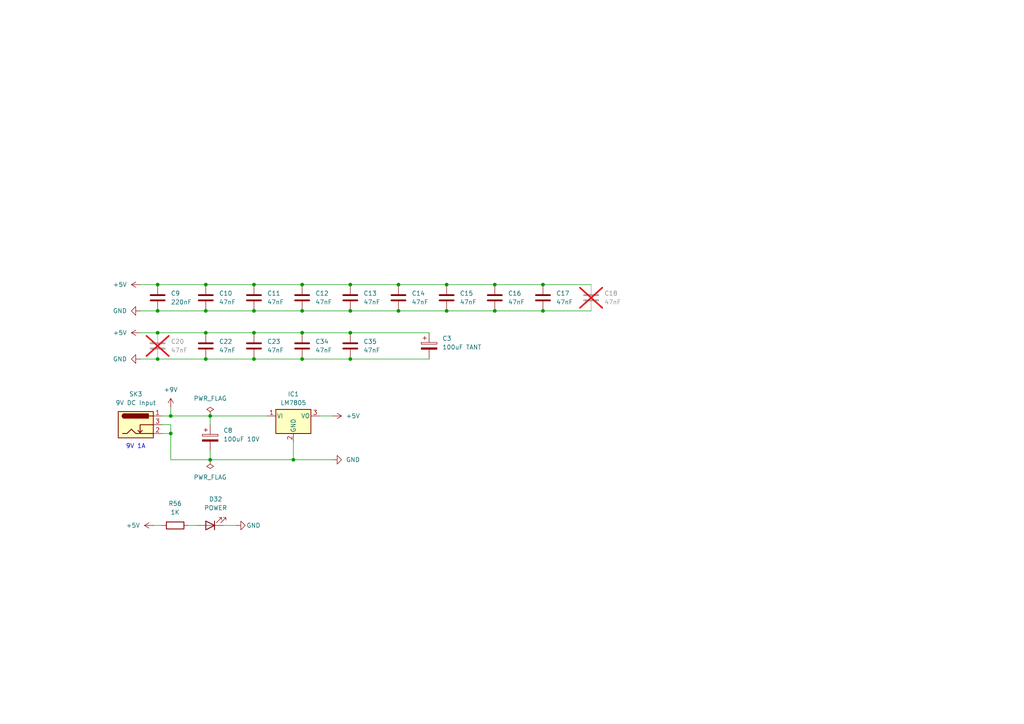
<source format=kicad_sch>
(kicad_sch (version 20231120) (generator "eeschema") (generator_version "8.0")
  (paper "A4")
  (lib_symbols
    (symbol "Connector:Barrel_Jack_Switch" (pin_names hide)
      (property "Reference" "J" (at 0 5.334 0))
      (property "Value" "Barrel_Jack_Switch" (at 0 -5.08 0))
      (symbol "Barrel_Jack_Switch_0_1"
        (rectangle (start -5.08 3.81) (end 5.08 -3.81) (stroke (width 0.254)) (fill (type background)))
        (arc (start -3.302 3.175) (mid -3.9343 2.54) (end -3.302 1.905) (stroke (width 0.254)))
        (arc (start -3.302 3.175) (mid -3.9343 2.54) (end -3.302 1.905) (stroke (width 0.254)) (fill (type outline)))
        (polyline (pts (xy 1.27 -2.286) (xy 1.905 -1.651)) (stroke (width 0.254)))
        (polyline (pts (xy 5.08 2.54) (xy 3.81 2.54)) (stroke (width 0.254)))
        (polyline (pts (xy 5.08 0) (xy 1.27 0) (xy 1.27 -2.286) (xy 0.635 -1.651)) (stroke (width 0.254)))
        (polyline (pts (xy -3.81 -2.54) (xy -2.54 -2.54) (xy -1.27 -1.27) (xy 0 -2.54) (xy 2.54 -2.54) (xy 5.08 -2.54)) (stroke (width 0.254)))
        (rectangle (start 3.683 3.175) (end -3.302 1.905) (stroke (width 0.254)) (fill (type outline)))
      )
      (symbol "Barrel_Jack_Switch_1_1"
        (pin passive line (at 7.62 2.54 180) (length 2.54) (name "~") (number "1"))
        (pin passive line (at 7.62 -2.54 180) (length 2.54) (name "~") (number "2"))
        (pin passive line (at 7.62 0 180) (length 2.54) (name "~") (number "3"))
      )
    )
    (symbol "Device:C" (pin_numbers hide) (pin_names (offset 0.254))
      (property "Reference" "C" (at 0.635 2.54 0))
      (property "Value" "C" (at 0.635 -2.54 0))
      (symbol "C_0_1"
        (polyline (pts (xy -2.032 -0.762) (xy 2.032 -0.762)) (stroke (width 0.508)))
        (polyline (pts (xy -2.032 0.762) (xy 2.032 0.762)) (stroke (width 0.508)))
      )
      (symbol "C_1_1"
        (pin passive line (at 0 3.81 270) (length 2.794) (name "~") (number "1"))
        (pin passive line (at 0 -3.81 90) (length 2.794) (name "~") (number "2"))
      )
    )
    (symbol "Device:C_Polarized" (pin_numbers hide) (pin_names (offset 0.254))
      (property "Reference" "C" (at 0.635 2.54 0))
      (property "Value" "C_Polarized" (at 0.635 -2.54 0))
      (symbol "C_Polarized_0_1"
        (rectangle (start -2.286 0.508) (end 2.286 1.016))
        (polyline (pts (xy -1.778 2.286) (xy -0.762 2.286)))
        (polyline (pts (xy -1.27 2.794) (xy -1.27 1.778)))
        (rectangle (start 2.286 -0.508) (end -2.286 -1.016) (fill (type outline)))
      )
      (symbol "C_Polarized_1_1"
        (pin passive line (at 0 3.81 270) (length 2.794) (name "~") (number "1"))
        (pin passive line (at 0 -3.81 90) (length 2.794) (name "~") (number "2"))
      )
    )
    (symbol "Device:LED" (pin_numbers hide) (pin_names (offset 1.016) hide)
      (property "Reference" "D" (at 0 2.54 0))
      (property "Value" "LED" (at 0 -2.54 0))
      (symbol "LED_0_1"
        (polyline (pts (xy -1.27 -1.27) (xy -1.27 1.27)) (stroke (width 0.254)))
        (polyline (pts (xy -1.27 0) (xy 1.27 0)))
        (polyline (pts (xy 1.27 -1.27) (xy 1.27 1.27) (xy -1.27 0) (xy 1.27 -1.27)) (stroke (width 0.254)))
        (polyline (pts (xy -3.048 -0.762) (xy -4.572 -2.286) (xy -3.81 -2.286) (xy -4.572 -2.286) (xy -4.572 -1.524)))
        (polyline (pts (xy -1.778 -0.762) (xy -3.302 -2.286) (xy -2.54 -2.286) (xy -3.302 -2.286) (xy -3.302 -1.524)))
      )
      (symbol "LED_1_1"
        (pin passive line (at -3.81 0 0) (length 2.54) (name "K") (number "1"))
        (pin passive line (at 3.81 0 180) (length 2.54) (name "A") (number "2"))
      )
    )
    (symbol "Device:R" (pin_numbers hide) (pin_names (offset 0))
      (property "Reference" "R" (at 2.032 0 90))
      (property "Value" "R" (at 0 0 90))
      (symbol "R_0_1"
        (rectangle (start -1.016 -2.54) (end 1.016 2.54) (stroke (width 0.254)))
      )
      (symbol "R_1_1"
        (pin passive line (at 0 3.81 270) (length 1.27) (name "~") (number "1"))
        (pin passive line (at 0 -3.81 90) (length 1.27) (name "~") (number "2"))
      )
    )
    (symbol "Regulator_Linear:LM7805_TO220" (pin_names (offset 0.254))
      (property "Reference" "U" (at -3.81 3.175 0))
      (property "Value" "LM7805_TO220" (at 0 3.175 0))
      (symbol "LM7805_TO220_0_1"
        (rectangle (start -5.08 1.905) (end 5.08 -5.08) (stroke (width 0.254)) (fill (type background)))
      )
      (symbol "LM7805_TO220_1_1"
        (pin power_in line (at -7.62 0 0) (length 2.54) (name "VI") (number "1"))
        (pin power_in line (at 0 -7.62 90) (length 2.54) (name "GND") (number "2"))
        (pin power_out line (at 7.62 0 180) (length 2.54) (name "VO") (number "3"))
      )
    )
    (symbol "power:+5V" (power) (pin_numbers hide) (pin_names (offset 0) hide)
      (property "Value" "+5V" (at 0 3.556 0))
      (symbol "+5V_0_1"
        (polyline (pts (xy -0.762 1.27) (xy 0 2.54)))
        (polyline (pts (xy 0 0) (xy 0 2.54)))
        (polyline (pts (xy 0 2.54) (xy 0.762 1.27)))
      )
      (symbol "+5V_1_1"
        (pin power_in line (at 0 0 90) (length 0) (name "~") (number "1"))
      )
    )
    (symbol "power:+9V" (power) (pin_numbers hide) (pin_names (offset 0) hide)
      (property "Value" "+9V" (at 0 3.556 0))
      (symbol "+9V_0_1"
        (polyline (pts (xy -0.762 1.27) (xy 0 2.54)))
        (polyline (pts (xy 0 0) (xy 0 2.54)))
        (polyline (pts (xy 0 2.54) (xy 0.762 1.27)))
      )
      (symbol "+9V_1_1"
        (pin power_in line (at 0 0 90) (length 0) (name "~") (number "1"))
      )
    )
    (symbol "power:GND" (power) (pin_numbers hide) (pin_names (offset 0) hide)
      (property "Value" "GND" (at 0 -3.81 0))
      (symbol "GND_0_1"
        (polyline (pts (xy 0 0) (xy 0 -1.27) (xy 1.27 -1.27) (xy 0 -2.54) (xy -1.27 -1.27) (xy 0 -1.27)))
      )
      (symbol "GND_1_1"
        (pin power_in line (at 0 0 270) (length 0) (name "~") (number "1"))
      )
    )
    (symbol "power:PWR_FLAG" (power) (pin_numbers hide) (pin_names (offset 0) hide)
      (property "Value" "PWR_FLAG" (at 0 3.81 0))
      (symbol "PWR_FLAG_0_0"
        (pin power_out line (at 0 0 90) (length 0) (name "~") (number "1"))
      )
      (symbol "PWR_FLAG_0_1"
        (polyline (pts (xy 0 0) (xy 0 1.27) (xy -1.016 1.905) (xy 0 2.54) (xy 1.016 1.905) (xy 0 1.27)))
      )
    )
  )
  (junction (at 49.53 120.65))
  (junction (at 87.63 82.55))
  (junction (at 115.57 82.55))
  (junction (at 143.51 82.55))
  (junction (at 129.54 90.17))
  (junction (at 73.66 104.14))
  (junction (at 101.6 104.14))
  (junction (at 87.63 90.17))
  (junction (at 87.63 104.14))
  (junction (at 45.72 90.17))
  (junction (at 101.6 96.52))
  (junction (at 143.51 90.17))
  (junction (at 59.69 82.55))
  (junction (at 101.6 90.17))
  (junction (at 60.96 120.65))
  (junction (at 45.72 82.55))
  (junction (at 45.72 104.14))
  (junction (at 129.54 82.55))
  (junction (at 115.57 90.17))
  (junction (at 87.63 96.52))
  (junction (at 157.48 82.55))
  (junction (at 157.48 90.17))
  (junction (at 59.69 104.14))
  (junction (at 101.6 82.55))
  (junction (at 49.53 125.73))
  (junction (at 73.66 96.52))
  (junction (at 73.66 82.55))
  (junction (at 45.72 96.52))
  (junction (at 59.69 96.52))
  (junction (at 60.96 133.35))
  (junction (at 59.69 90.17))
  (junction (at 85.09 133.35))
  (junction (at 73.66 90.17))
  (wire (pts (xy 49.53 133.35) (xy 60.96 133.35)))
  (wire (pts (xy 129.54 82.55) (xy 143.51 82.55)))
  (wire (pts (xy 49.53 120.65) (xy 60.96 120.65)))
  (wire (pts (xy 101.6 104.14) (xy 124.46 104.14)))
  (wire (pts (xy 64.77 152.4) (xy 68.58 152.4)))
  (wire (pts (xy 157.48 82.55) (xy 171.45 82.55)))
  (wire (pts (xy 49.53 125.73) (xy 49.53 133.35)))
  (wire (pts (xy 60.96 120.65) (xy 60.96 123.19)))
  (wire (pts (xy 60.96 133.35) (xy 85.09 133.35)))
  (wire (pts (xy 101.6 96.52) (xy 124.46 96.52)))
  (wire (pts (xy 73.66 90.17) (xy 87.63 90.17)))
  (wire (pts (xy 101.6 90.17) (xy 115.57 90.17)))
  (wire (pts (xy 101.6 82.55) (xy 115.57 82.55)))
  (wire (pts (xy 46.99 120.65) (xy 49.53 120.65)))
  (wire (pts (xy 60.96 120.65) (xy 77.47 120.65)))
  (wire (pts (xy 45.72 104.14) (xy 59.69 104.14)))
  (wire (pts (xy 45.72 96.52) (xy 59.69 96.52)))
  (wire (pts (xy 60.96 130.81) (xy 60.96 133.35)))
  (wire (pts (xy 45.72 82.55) (xy 59.69 82.55)))
  (wire (pts (xy 73.66 96.52) (xy 87.63 96.52)))
  (wire (pts (xy 87.63 96.52) (xy 101.6 96.52)))
  (wire (pts (xy 59.69 104.14) (xy 73.66 104.14)))
  (wire (pts (xy 143.51 90.17) (xy 157.48 90.17)))
  (wire (pts (xy 87.63 90.17) (xy 101.6 90.17)))
  (wire (pts (xy 40.64 104.14) (xy 45.72 104.14)))
  (wire (pts (xy 49.53 123.19) (xy 49.53 125.73)))
  (wire (pts (xy 46.99 123.19) (xy 49.53 123.19)))
  (wire (pts (xy 87.63 104.14) (xy 101.6 104.14)))
  (wire (pts (xy 85.09 133.35) (xy 96.52 133.35)))
  (wire (pts (xy 92.71 120.65) (xy 96.52 120.65)))
  (wire (pts (xy 45.72 82.55) (xy 40.64 82.55)))
  (wire (pts (xy 73.66 82.55) (xy 87.63 82.55)))
  (wire (pts (xy 129.54 90.17) (xy 143.51 90.17)))
  (wire (pts (xy 85.09 128.27) (xy 85.09 133.35)))
  (wire (pts (xy 46.99 125.73) (xy 49.53 125.73)))
  (wire (pts (xy 115.57 90.17) (xy 129.54 90.17)))
  (wire (pts (xy 45.72 90.17) (xy 59.69 90.17)))
  (wire (pts (xy 73.66 104.14) (xy 87.63 104.14)))
  (wire (pts (xy 45.72 96.52) (xy 40.64 96.52)))
  (wire (pts (xy 59.69 96.52) (xy 73.66 96.52)))
  (wire (pts (xy 59.69 82.55) (xy 73.66 82.55)))
  (wire (pts (xy 143.51 82.55) (xy 157.48 82.55)))
  (wire (pts (xy 59.69 90.17) (xy 73.66 90.17)))
  (wire (pts (xy 115.57 82.55) (xy 129.54 82.55)))
  (wire (pts (xy 54.61 152.4) (xy 57.15 152.4)))
  (wire (pts (xy 44.45 152.4) (xy 46.99 152.4)))
  (wire (pts (xy 157.48 90.17) (xy 171.45 90.17)))
  (wire (pts (xy 87.63 82.55) (xy 101.6 82.55)))
  (wire (pts (xy 40.64 90.17) (xy 45.72 90.17)))
  (wire (pts (xy 49.53 118.11) (xy 49.53 120.65)))
  (text "9V 1A" (at 39.37 129.54 0) (effects (font (size 1.27 1.27))))
  (symbol (lib_id "power:+5V") (at 96.52 120.65 270) (unit 1)
    (property "Reference" "#PWR01" (effects (hide yes)))
    (property "Value" "+5V" (at 100.33 120.6499 90) (effects (justify left)))
    (property "Description" "Power symbol creates a global label with name \"+5V\"" (effects (hide yes)))
  )
  (symbol (lib_id "power:GND") (at 40.64 104.14 270) (unit 1)
    (property "Reference" "#PWR011" (effects (hide yes)))
    (property "Value" "GND" (at 36.83 104.1399 90) (effects (justify right)))
    (property "Description" "Power symbol creates a global label with name \"GND\" , ground" (effects (hide yes)))
  )
  (symbol (lib_id "Device:C") (at 143.51 86.36 0) (unit 1)
    (property "Reference" "C16" (at 147.32 85.0899 0) (effects (justify left)))
    (property "Value" "47nF" (at 147.32 87.6299 0) (effects (justify left)))
    (property "Footprint" "Oric:Ceramic Capacitor 5.00mm" (effects (hide yes)))
    (property "Description" "Unpolarized capacitor" (effects (hide yes)))
  )
  (symbol (lib_id "Device:C") (at 45.72 86.36 0) (unit 1)
    (property "Reference" "C9" (at 49.53 85.0899 0) (effects (justify left)))
    (property "Value" "220nF" (at 49.53 87.6299 0) (effects (justify left)))
    (property "Footprint" "Oric:Ceramic Capacitor 5.00mm" (effects (hide yes)))
    (property "Description" "Unpolarized capacitor" (effects (hide yes)))
  )
  (symbol (lib_id "Device:C") (at 115.57 86.36 0) (unit 1)
    (property "Reference" "C14" (at 119.38 85.0899 0) (effects (justify left)))
    (property "Value" "47nF" (at 119.38 87.6299 0) (effects (justify left)))
    (property "Footprint" "Oric:Ceramic Capacitor 5.00mm" (effects (hide yes)))
    (property "Description" "Unpolarized capacitor" (effects (hide yes)))
  )
  (symbol (lib_id "Device:C") (at 101.6 86.36 0) (unit 1)
    (property "Reference" "C13" (at 105.41 85.0899 0) (effects (justify left)))
    (property "Value" "47nF" (at 105.41 87.6299 0) (effects (justify left)))
    (property "Footprint" "Oric:Ceramic Capacitor 5.00mm" (effects (hide yes)))
    (property "Description" "Unpolarized capacitor" (effects (hide yes)))
  )
  (symbol (lib_id "Device:LED") (at 60.96 152.4 180) (unit 1)
    (property "Reference" "D32" (at 62.5475 144.78 0))
    (property "Value" "POWER" (at 62.5475 147.32 0))
    (property "Footprint" "Oric:LED_D3.0mm" (effects (hide yes)))
  )
  (symbol (lib_id "power:GND") (at 96.52 133.35 90) (unit 1)
    (property "Reference" "#PWR02" (effects (hide yes)))
    (property "Value" "GND" (at 100.33 133.3499 90) (effects (justify right)))
    (property "Description" "Power symbol creates a global label with name \"GND\" , ground" (effects (hide yes)))
  )
  (symbol (lib_id "Device:C") (at 87.63 100.33 0) (unit 1)
    (property "Reference" "C34" (at 91.44 99.0599 0) (effects (justify left)))
    (property "Value" "47nF" (at 91.44 101.5999 0) (effects (justify left)))
    (property "Footprint" "Oric:Ceramic Capacitor 5.00mm" (effects (hide yes)))
    (property "Description" "Unpolarized capacitor" (effects (hide yes)))
  )
  (symbol (lib_id "Regulator_Linear:LM7805_TO220") (at 85.09 120.65 0) (unit 1)
    (property "Reference" "IC1" (at 85.09 114.3 0))
    (property "Value" "LM7805" (at 85.09 116.84 0))
    (property "Footprint" "Oric:IC1 7805" (effects (hide yes)))
    (property "Datasheet" "https://www.onsemi.cn/PowerSolutions/document/MC7800-D.PDF" (effects (hide yes)))
    (property "Description" "Positive 1A 35V Linear Regulator, Fixed Output 5V, TO-220" (effects (hide yes)))
  )
  (symbol (lib_id "power:GND") (at 68.58 152.4 90) (unit 1)
    (property "Reference" "#PWR024" (effects (hide yes)))
    (property "Value" "GND" (at 75.565 152.4 90) (effects (justify left)))
    (property "Description" "Power symbol creates a global label with name \"GND\" , ground" (effects (hide yes)))
  )
  (symbol (lib_id "Device:C_Polarized") (at 60.96 127 0) (unit 1)
    (property "Reference" "C8" (at 64.77 124.8409 0) (effects (justify left)))
    (property "Value" "100uF 10V" (at 64.77 127.3809 0) (effects (justify left)))
    (property "Footprint" "Oric:Electrolytic Capacitor 5.00mm" (effects (hide yes)))
    (property "Description" "Polarized capacitor" (effects (hide yes)))
  )
  (symbol (lib_id "Connector:Barrel_Jack_Switch") (at 39.37 123.19 0) (unit 1)
    (property "Reference" "SK3" (at 39.37 114.3 0))
    (property "Value" "9V DC Input" (at 39.37 116.84 0))
    (property "Footprint" "Oric:SK3 Barrel Jack" (effects (hide yes)))
    (property "Description" "DC Barrel Jack with an internal switch" (effects (hide yes)))
  )
  (symbol (lib_id "Device:C") (at 101.6 100.33 0) (unit 1)
    (property "Reference" "C35" (at 105.41 99.0599 0) (effects (justify left)))
    (property "Value" "47nF" (at 105.41 101.5999 0) (effects (justify left)))
    (property "Footprint" "Oric:Ceramic Capacitor 5.00mm" (effects (hide yes)))
    (property "Description" "Unpolarized capacitor" (effects (hide yes)))
  )
  (symbol (lib_id "power:+9V") (at 49.53 118.11 0) (unit 1)
    (property "Reference" "#PWR051" (effects (hide yes)))
    (property "Value" "+9V" (at 49.53 113.03 0))
    (property "Description" "Power symbol creates a global label with name \"+9V\"" (effects (hide yes)))
  )
  (symbol (lib_id "Device:C") (at 45.72 100.33 0) (unit 1) (exclude_from_sim yes) (in_bom no) (on_board no) (dnp yes)
    (property "Reference" "C20" (at 49.53 99.0599 0) (effects (justify left)))
    (property "Value" "47nF" (at 49.53 101.5999 0) (effects (justify left)))
    (property "Footprint" "Oric:Ceramic Capacitor 5.00mm" (effects (hide yes)))
    (property "Description" "Unpolarized capacitor" (effects (hide yes)))
  )
  (symbol (lib_id "power:PWR_FLAG") (at 60.96 120.65 0) (unit 1)
    (property "Reference" "#FLG02" (effects (hide yes)))
    (property "Value" "PWR_FLAG" (at 60.96 115.57 0))
    (property "Description" "Special symbol for telling ERC where power comes from" (effects (hide yes)))
  )
  (symbol (lib_id "Device:C") (at 157.48 86.36 0) (unit 1)
    (property "Reference" "C17" (at 161.29 85.0899 0) (effects (justify left)))
    (property "Value" "47nF" (at 161.29 87.6299 0) (effects (justify left)))
    (property "Footprint" "Oric:Ceramic Capacitor 5.00mm" (effects (hide yes)))
    (property "Description" "Unpolarized capacitor" (effects (hide yes)))
  )
  (symbol (lib_id "Device:C") (at 73.66 100.33 0) (unit 1)
    (property "Reference" "C23" (at 77.47 99.0599 0) (effects (justify left)))
    (property "Value" "47nF" (at 77.47 101.5999 0) (effects (justify left)))
    (property "Footprint" "Oric:Ceramic Capacitor 5.00mm" (effects (hide yes)))
    (property "Description" "Unpolarized capacitor" (effects (hide yes)))
  )
  (symbol (lib_id "Device:C") (at 87.63 86.36 0) (unit 1)
    (property "Reference" "C12" (at 91.44 85.0899 0) (effects (justify left)))
    (property "Value" "47nF" (at 91.44 87.6299 0) (effects (justify left)))
    (property "Footprint" "Oric:Ceramic Capacitor 5.00mm" (effects (hide yes)))
    (property "Description" "Unpolarized capacitor" (effects (hide yes)))
  )
  (symbol (lib_id "Device:C") (at 171.45 86.36 0) (unit 1) (exclude_from_sim yes) (in_bom no) (on_board no) (dnp yes)
    (property "Reference" "C18" (at 175.26 85.0899 0) (effects (justify left)))
    (property "Value" "47nF" (at 175.26 87.6299 0) (effects (justify left)))
    (property "Footprint" "Oric:Ceramic Capacitor 5.00mm" (effects (hide yes)))
    (property "Description" "Unpolarized capacitor" (effects (hide yes)))
  )
  (symbol (lib_id "power:PWR_FLAG") (at 60.96 133.35 180) (unit 1)
    (property "Reference" "#FLG01" (effects (hide yes)))
    (property "Value" "PWR_FLAG" (at 60.96 138.43 0))
    (property "Description" "Special symbol for telling ERC where power comes from" (effects (hide yes)))
  )
  (symbol (lib_id "power:+5V") (at 40.64 96.52 90) (mirror x) (unit 1)
    (property "Reference" "#PWR010" (effects (hide yes)))
    (property "Value" "+5V" (at 36.83 96.5199 90) (effects (justify left)))
    (property "Description" "Power symbol creates a global label with name \"+5V\"" (effects (hide yes)))
  )
  (symbol (lib_id "Device:C") (at 59.69 100.33 0) (unit 1)
    (property "Reference" "C22" (at 63.5 99.0599 0) (effects (justify left)))
    (property "Value" "47nF" (at 63.5 101.5999 0) (effects (justify left)))
    (property "Footprint" "Oric:Ceramic Capacitor 5.00mm" (effects (hide yes)))
    (property "Description" "Unpolarized capacitor" (effects (hide yes)))
  )
  (symbol (lib_id "Device:C") (at 73.66 86.36 0) (unit 1)
    (property "Reference" "C11" (at 77.47 85.0899 0) (effects (justify left)))
    (property "Value" "47nF" (at 77.47 87.6299 0) (effects (justify left)))
    (property "Footprint" "Oric:Ceramic Capacitor 5.00mm" (effects (hide yes)))
    (property "Description" "Unpolarized capacitor" (effects (hide yes)))
  )
  (symbol (lib_id "Device:C_Polarized") (at 124.46 100.33 0) (unit 1)
    (property "Reference" "C3" (at 128.27 98.1709 0) (effects (justify left)))
    (property "Value" "100uF TANT" (at 128.27 100.7109 0) (effects (justify left)))
    (property "Footprint" "Oric:Tantalum Capacitor 5.00mm" (effects (hide yes)))
    (property "Description" "Polarized capacitor" (effects (hide yes)))
  )
  (symbol (lib_id "Device:R") (at 50.8 152.4 270) (mirror x) (unit 1)
    (property "Reference" "R56" (at 50.8 146.05 90))
    (property "Value" "1K" (at 50.8 148.59 90))
    (property "Footprint" "Oric:Resistor 10.16mm" (effects (hide yes)))
  )
  (symbol (lib_id "power:GND") (at 40.64 90.17 270) (unit 1)
    (property "Reference" "#PWR09" (effects (hide yes)))
    (property "Value" "GND" (at 36.83 90.1699 90) (effects (justify right)))
    (property "Description" "Power symbol creates a global label with name \"GND\" , ground" (effects (hide yes)))
  )
  (symbol (lib_id "power:+5V") (at 40.64 82.55 90) (mirror x) (unit 1)
    (property "Reference" "#PWR03" (effects (hide yes)))
    (property "Value" "+5V" (at 36.83 82.5499 90) (effects (justify left)))
    (property "Description" "Power symbol creates a global label with name \"+5V\"" (effects (hide yes)))
  )
  (symbol (lib_id "power:+5V") (at 44.45 152.4 90) (unit 1)
    (property "Reference" "#PWR025" (effects (hide yes)))
    (property "Value" "+5V" (at 40.64 152.3999 90) (effects (justify left)))
    (property "Description" "Power symbol creates a global label with name \"+5V\"" (effects (hide yes)))
  )
  (symbol (lib_id "Device:C") (at 59.69 86.36 0) (unit 1)
    (property "Reference" "C10" (at 63.5 85.0899 0) (effects (justify left)))
    (property "Value" "47nF" (at 63.5 87.6299 0) (effects (justify left)))
    (property "Footprint" "Oric:Ceramic Capacitor 5.00mm" (effects (hide yes)))
    (property "Description" "Unpolarized capacitor" (effects (hide yes)))
  )
  (symbol (lib_id "Device:C") (at 129.54 86.36 0) (unit 1)
    (property "Reference" "C15" (at 133.35 85.0899 0) (effects (justify left)))
    (property "Value" "47nF" (at 133.35 87.6299 0) (effects (justify left)))
    (property "Footprint" "Oric:Ceramic Capacitor 5.00mm" (effects (hide yes)))
    (property "Description" "Unpolarized capacitor" (effects (hide yes)))
  )
)
</source>
